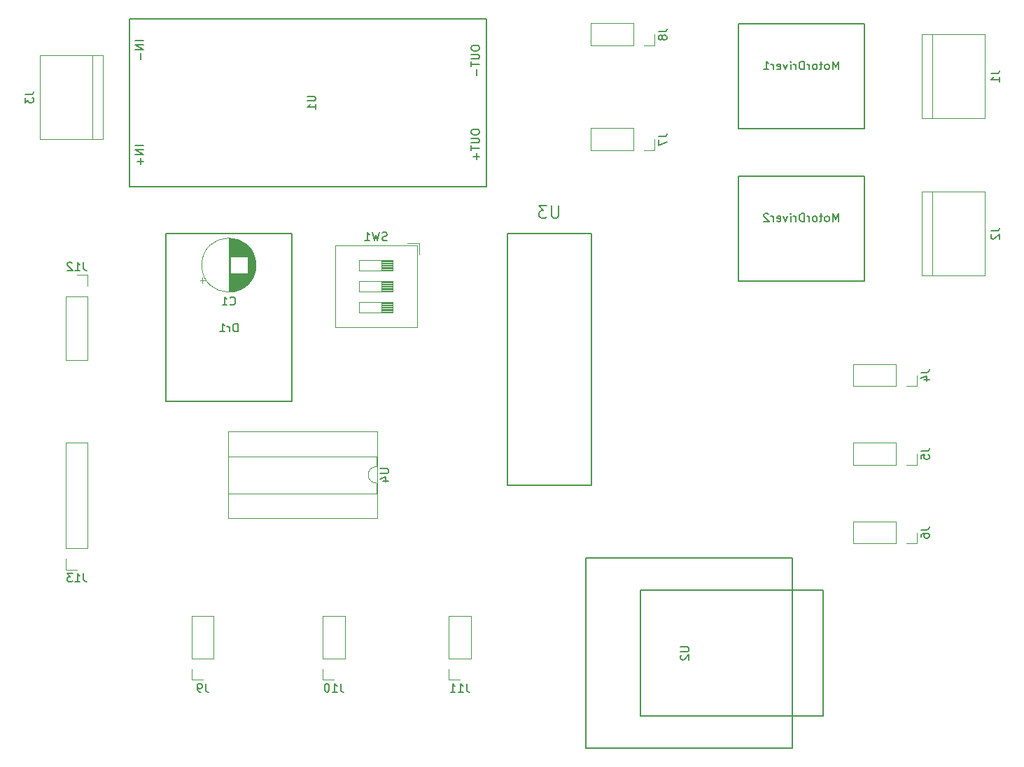
<source format=gbr>
G04 #@! TF.GenerationSoftware,KiCad,Pcbnew,5.0.0+dfsg1-2*
G04 #@! TF.CreationDate,2019-05-22T11:33:39+02:00*
G04 #@! TF.ProjectId,BLOBCNC_TOP,424C4F42434E435F544F502E6B696361,rev?*
G04 #@! TF.SameCoordinates,PXb438b80PY1b9d560*
G04 #@! TF.FileFunction,Legend,Bot*
G04 #@! TF.FilePolarity,Positive*
%FSLAX46Y46*%
G04 Gerber Fmt 4.6, Leading zero omitted, Abs format (unit mm)*
G04 Created by KiCad (PCBNEW 5.0.0+dfsg1-2) date Wed May 22 11:33:39 2019*
%MOMM*%
%LPD*%
G01*
G04 APERTURE LIST*
%ADD10C,0.120000*%
%ADD11C,0.150000*%
G04 APERTURE END LIST*
D10*
G04 #@! TO.C,C1*
X-88571000Y-33274000D02*
G75*
G03X-88571000Y-33274000I-3270000J0D01*
G01*
X-91841000Y-36504000D02*
X-91841000Y-30044000D01*
X-91801000Y-36504000D02*
X-91801000Y-30044000D01*
X-91761000Y-36504000D02*
X-91761000Y-30044000D01*
X-91721000Y-36502000D02*
X-91721000Y-30046000D01*
X-91681000Y-36501000D02*
X-91681000Y-30047000D01*
X-91641000Y-36498000D02*
X-91641000Y-30050000D01*
X-91601000Y-36496000D02*
X-91601000Y-34314000D01*
X-91601000Y-32234000D02*
X-91601000Y-30052000D01*
X-91561000Y-36492000D02*
X-91561000Y-34314000D01*
X-91561000Y-32234000D02*
X-91561000Y-30056000D01*
X-91521000Y-36489000D02*
X-91521000Y-34314000D01*
X-91521000Y-32234000D02*
X-91521000Y-30059000D01*
X-91481000Y-36485000D02*
X-91481000Y-34314000D01*
X-91481000Y-32234000D02*
X-91481000Y-30063000D01*
X-91441000Y-36480000D02*
X-91441000Y-34314000D01*
X-91441000Y-32234000D02*
X-91441000Y-30068000D01*
X-91401000Y-36475000D02*
X-91401000Y-34314000D01*
X-91401000Y-32234000D02*
X-91401000Y-30073000D01*
X-91361000Y-36469000D02*
X-91361000Y-34314000D01*
X-91361000Y-32234000D02*
X-91361000Y-30079000D01*
X-91321000Y-36463000D02*
X-91321000Y-34314000D01*
X-91321000Y-32234000D02*
X-91321000Y-30085000D01*
X-91281000Y-36456000D02*
X-91281000Y-34314000D01*
X-91281000Y-32234000D02*
X-91281000Y-30092000D01*
X-91241000Y-36449000D02*
X-91241000Y-34314000D01*
X-91241000Y-32234000D02*
X-91241000Y-30099000D01*
X-91201000Y-36441000D02*
X-91201000Y-34314000D01*
X-91201000Y-32234000D02*
X-91201000Y-30107000D01*
X-91161000Y-36433000D02*
X-91161000Y-34314000D01*
X-91161000Y-32234000D02*
X-91161000Y-30115000D01*
X-91120000Y-36424000D02*
X-91120000Y-34314000D01*
X-91120000Y-32234000D02*
X-91120000Y-30124000D01*
X-91080000Y-36415000D02*
X-91080000Y-34314000D01*
X-91080000Y-32234000D02*
X-91080000Y-30133000D01*
X-91040000Y-36405000D02*
X-91040000Y-34314000D01*
X-91040000Y-32234000D02*
X-91040000Y-30143000D01*
X-91000000Y-36395000D02*
X-91000000Y-34314000D01*
X-91000000Y-32234000D02*
X-91000000Y-30153000D01*
X-90960000Y-36384000D02*
X-90960000Y-34314000D01*
X-90960000Y-32234000D02*
X-90960000Y-30164000D01*
X-90920000Y-36372000D02*
X-90920000Y-34314000D01*
X-90920000Y-32234000D02*
X-90920000Y-30176000D01*
X-90880000Y-36360000D02*
X-90880000Y-34314000D01*
X-90880000Y-32234000D02*
X-90880000Y-30188000D01*
X-90840000Y-36348000D02*
X-90840000Y-34314000D01*
X-90840000Y-32234000D02*
X-90840000Y-30200000D01*
X-90800000Y-36335000D02*
X-90800000Y-34314000D01*
X-90800000Y-32234000D02*
X-90800000Y-30213000D01*
X-90760000Y-36321000D02*
X-90760000Y-34314000D01*
X-90760000Y-32234000D02*
X-90760000Y-30227000D01*
X-90720000Y-36307000D02*
X-90720000Y-34314000D01*
X-90720000Y-32234000D02*
X-90720000Y-30241000D01*
X-90680000Y-36292000D02*
X-90680000Y-34314000D01*
X-90680000Y-32234000D02*
X-90680000Y-30256000D01*
X-90640000Y-36276000D02*
X-90640000Y-34314000D01*
X-90640000Y-32234000D02*
X-90640000Y-30272000D01*
X-90600000Y-36260000D02*
X-90600000Y-34314000D01*
X-90600000Y-32234000D02*
X-90600000Y-30288000D01*
X-90560000Y-36244000D02*
X-90560000Y-34314000D01*
X-90560000Y-32234000D02*
X-90560000Y-30304000D01*
X-90520000Y-36226000D02*
X-90520000Y-34314000D01*
X-90520000Y-32234000D02*
X-90520000Y-30322000D01*
X-90480000Y-36208000D02*
X-90480000Y-34314000D01*
X-90480000Y-32234000D02*
X-90480000Y-30340000D01*
X-90440000Y-36190000D02*
X-90440000Y-34314000D01*
X-90440000Y-32234000D02*
X-90440000Y-30358000D01*
X-90400000Y-36170000D02*
X-90400000Y-34314000D01*
X-90400000Y-32234000D02*
X-90400000Y-30378000D01*
X-90360000Y-36150000D02*
X-90360000Y-34314000D01*
X-90360000Y-32234000D02*
X-90360000Y-30398000D01*
X-90320000Y-36130000D02*
X-90320000Y-34314000D01*
X-90320000Y-32234000D02*
X-90320000Y-30418000D01*
X-90280000Y-36108000D02*
X-90280000Y-34314000D01*
X-90280000Y-32234000D02*
X-90280000Y-30440000D01*
X-90240000Y-36086000D02*
X-90240000Y-34314000D01*
X-90240000Y-32234000D02*
X-90240000Y-30462000D01*
X-90200000Y-36064000D02*
X-90200000Y-34314000D01*
X-90200000Y-32234000D02*
X-90200000Y-30484000D01*
X-90160000Y-36040000D02*
X-90160000Y-34314000D01*
X-90160000Y-32234000D02*
X-90160000Y-30508000D01*
X-90120000Y-36016000D02*
X-90120000Y-34314000D01*
X-90120000Y-32234000D02*
X-90120000Y-30532000D01*
X-90080000Y-35990000D02*
X-90080000Y-34314000D01*
X-90080000Y-32234000D02*
X-90080000Y-30558000D01*
X-90040000Y-35964000D02*
X-90040000Y-34314000D01*
X-90040000Y-32234000D02*
X-90040000Y-30584000D01*
X-90000000Y-35938000D02*
X-90000000Y-34314000D01*
X-90000000Y-32234000D02*
X-90000000Y-30610000D01*
X-89960000Y-35910000D02*
X-89960000Y-34314000D01*
X-89960000Y-32234000D02*
X-89960000Y-30638000D01*
X-89920000Y-35881000D02*
X-89920000Y-34314000D01*
X-89920000Y-32234000D02*
X-89920000Y-30667000D01*
X-89880000Y-35852000D02*
X-89880000Y-34314000D01*
X-89880000Y-32234000D02*
X-89880000Y-30696000D01*
X-89840000Y-35822000D02*
X-89840000Y-34314000D01*
X-89840000Y-32234000D02*
X-89840000Y-30726000D01*
X-89800000Y-35790000D02*
X-89800000Y-34314000D01*
X-89800000Y-32234000D02*
X-89800000Y-30758000D01*
X-89760000Y-35758000D02*
X-89760000Y-34314000D01*
X-89760000Y-32234000D02*
X-89760000Y-30790000D01*
X-89720000Y-35724000D02*
X-89720000Y-34314000D01*
X-89720000Y-32234000D02*
X-89720000Y-30824000D01*
X-89680000Y-35690000D02*
X-89680000Y-34314000D01*
X-89680000Y-32234000D02*
X-89680000Y-30858000D01*
X-89640000Y-35654000D02*
X-89640000Y-34314000D01*
X-89640000Y-32234000D02*
X-89640000Y-30894000D01*
X-89600000Y-35617000D02*
X-89600000Y-34314000D01*
X-89600000Y-32234000D02*
X-89600000Y-30931000D01*
X-89560000Y-35579000D02*
X-89560000Y-34314000D01*
X-89560000Y-32234000D02*
X-89560000Y-30969000D01*
X-89520000Y-35539000D02*
X-89520000Y-31009000D01*
X-89480000Y-35498000D02*
X-89480000Y-31050000D01*
X-89440000Y-35456000D02*
X-89440000Y-31092000D01*
X-89400000Y-35411000D02*
X-89400000Y-31137000D01*
X-89360000Y-35366000D02*
X-89360000Y-31182000D01*
X-89320000Y-35318000D02*
X-89320000Y-31230000D01*
X-89280000Y-35269000D02*
X-89280000Y-31279000D01*
X-89240000Y-35218000D02*
X-89240000Y-31330000D01*
X-89200000Y-35164000D02*
X-89200000Y-31384000D01*
X-89160000Y-35108000D02*
X-89160000Y-31440000D01*
X-89120000Y-35050000D02*
X-89120000Y-31498000D01*
X-89080000Y-34988000D02*
X-89080000Y-31560000D01*
X-89040000Y-34924000D02*
X-89040000Y-31624000D01*
X-89000000Y-34855000D02*
X-89000000Y-31693000D01*
X-88960000Y-34783000D02*
X-88960000Y-31765000D01*
X-88920000Y-34706000D02*
X-88920000Y-31842000D01*
X-88880000Y-34624000D02*
X-88880000Y-31924000D01*
X-88840000Y-34536000D02*
X-88840000Y-32012000D01*
X-88800000Y-34439000D02*
X-88800000Y-32109000D01*
X-88760000Y-34333000D02*
X-88760000Y-32215000D01*
X-88720000Y-34214000D02*
X-88720000Y-32334000D01*
X-88680000Y-34076000D02*
X-88680000Y-32472000D01*
X-88640000Y-33907000D02*
X-88640000Y-32641000D01*
X-88600000Y-33676000D02*
X-88600000Y-32872000D01*
X-95341241Y-35113000D02*
X-94711241Y-35113000D01*
X-95026241Y-35428000D02*
X-95026241Y-34798000D01*
D11*
G04 #@! TO.C,Dr1*
X-99441000Y-29464000D02*
X-84201000Y-29464000D01*
X-84201000Y-29464000D02*
X-84201000Y-49784000D01*
X-84201000Y-49784000D02*
X-99441000Y-49784000D01*
X-99441000Y-49784000D02*
X-99441000Y-29464000D01*
D10*
G04 #@! TO.C,J1*
X-8001000Y-15494000D02*
X-8001000Y-5334000D01*
X-381000Y-15494000D02*
X-8001000Y-15494000D01*
X-381000Y-5334000D02*
X-381000Y-15494000D01*
X-8001000Y-5334000D02*
X-381000Y-5334000D01*
X-6731000Y-5334000D02*
X-6731000Y-15494000D01*
G04 #@! TO.C,J2*
X-6731000Y-24384000D02*
X-6731000Y-34544000D01*
X-8001000Y-24384000D02*
X-381000Y-24384000D01*
X-381000Y-24384000D02*
X-381000Y-34544000D01*
X-381000Y-34544000D02*
X-8001000Y-34544000D01*
X-8001000Y-34544000D02*
X-8001000Y-24384000D01*
G04 #@! TO.C,J3*
X-108331000Y-18034000D02*
X-108331000Y-7874000D01*
X-107061000Y-18034000D02*
X-114681000Y-18034000D01*
X-114681000Y-18034000D02*
X-114681000Y-7874000D01*
X-114681000Y-7874000D02*
X-107061000Y-7874000D01*
X-107061000Y-7874000D02*
X-107061000Y-18034000D01*
G04 #@! TO.C,J4*
X-8576000Y-47939000D02*
X-8576000Y-46609000D01*
X-9906000Y-47939000D02*
X-8576000Y-47939000D01*
X-11176000Y-47939000D02*
X-11176000Y-45279000D01*
X-11176000Y-45279000D02*
X-16316000Y-45279000D01*
X-11176000Y-47939000D02*
X-16316000Y-47939000D01*
X-16316000Y-47939000D02*
X-16316000Y-45279000D01*
G04 #@! TO.C,J5*
X-16316000Y-57464000D02*
X-16316000Y-54804000D01*
X-11176000Y-57464000D02*
X-16316000Y-57464000D01*
X-11176000Y-54804000D02*
X-16316000Y-54804000D01*
X-11176000Y-57464000D02*
X-11176000Y-54804000D01*
X-9906000Y-57464000D02*
X-8576000Y-57464000D01*
X-8576000Y-57464000D02*
X-8576000Y-56134000D01*
G04 #@! TO.C,J6*
X-8576000Y-66989000D02*
X-8576000Y-65659000D01*
X-9906000Y-66989000D02*
X-8576000Y-66989000D01*
X-11176000Y-66989000D02*
X-11176000Y-64329000D01*
X-11176000Y-64329000D02*
X-16316000Y-64329000D01*
X-11176000Y-66989000D02*
X-16316000Y-66989000D01*
X-16316000Y-66989000D02*
X-16316000Y-64329000D01*
G04 #@! TO.C,J7*
X-40326000Y-19364000D02*
X-40326000Y-18034000D01*
X-41656000Y-19364000D02*
X-40326000Y-19364000D01*
X-42926000Y-19364000D02*
X-42926000Y-16704000D01*
X-42926000Y-16704000D02*
X-48066000Y-16704000D01*
X-42926000Y-19364000D02*
X-48066000Y-19364000D01*
X-48066000Y-19364000D02*
X-48066000Y-16704000D01*
G04 #@! TO.C,J8*
X-48066000Y-6664000D02*
X-48066000Y-4004000D01*
X-42926000Y-6664000D02*
X-48066000Y-6664000D01*
X-42926000Y-4004000D02*
X-48066000Y-4004000D01*
X-42926000Y-6664000D02*
X-42926000Y-4004000D01*
X-41656000Y-6664000D02*
X-40326000Y-6664000D01*
X-40326000Y-6664000D02*
X-40326000Y-5334000D01*
G04 #@! TO.C,J9*
X-96326000Y-75759000D02*
X-93666000Y-75759000D01*
X-96326000Y-80899000D02*
X-96326000Y-75759000D01*
X-93666000Y-80899000D02*
X-93666000Y-75759000D01*
X-96326000Y-80899000D02*
X-93666000Y-80899000D01*
X-96326000Y-82169000D02*
X-96326000Y-83499000D01*
X-96326000Y-83499000D02*
X-94996000Y-83499000D01*
G04 #@! TO.C,J10*
X-80451000Y-83499000D02*
X-79121000Y-83499000D01*
X-80451000Y-82169000D02*
X-80451000Y-83499000D01*
X-80451000Y-80899000D02*
X-77791000Y-80899000D01*
X-77791000Y-80899000D02*
X-77791000Y-75759000D01*
X-80451000Y-80899000D02*
X-80451000Y-75759000D01*
X-80451000Y-75759000D02*
X-77791000Y-75759000D01*
G04 #@! TO.C,J11*
X-65211000Y-75759000D02*
X-62551000Y-75759000D01*
X-65211000Y-80899000D02*
X-65211000Y-75759000D01*
X-62551000Y-80899000D02*
X-62551000Y-75759000D01*
X-65211000Y-80899000D02*
X-62551000Y-80899000D01*
X-65211000Y-82169000D02*
X-65211000Y-83499000D01*
X-65211000Y-83499000D02*
X-63881000Y-83499000D01*
G04 #@! TO.C,J12*
X-108906000Y-44764000D02*
X-111566000Y-44764000D01*
X-108906000Y-37084000D02*
X-108906000Y-44764000D01*
X-111566000Y-37084000D02*
X-111566000Y-44764000D01*
X-108906000Y-37084000D02*
X-111566000Y-37084000D01*
X-108906000Y-35814000D02*
X-108906000Y-34484000D01*
X-108906000Y-34484000D02*
X-110236000Y-34484000D01*
G04 #@! TO.C,J13*
X-111566000Y-54804000D02*
X-108906000Y-54804000D01*
X-111566000Y-67564000D02*
X-111566000Y-54804000D01*
X-108906000Y-67564000D02*
X-108906000Y-54804000D01*
X-111566000Y-67564000D02*
X-108906000Y-67564000D01*
X-111566000Y-68834000D02*
X-111566000Y-70164000D01*
X-111566000Y-70164000D02*
X-110236000Y-70164000D01*
D11*
G04 #@! TO.C,MotorDriver1*
X-30226000Y-16764000D02*
X-14986000Y-16764000D01*
X-14986000Y-16764000D02*
X-14986000Y-4064000D01*
X-14986000Y-4064000D02*
X-30226000Y-4064000D01*
X-30226000Y-4064000D02*
X-30226000Y-16764000D01*
G04 #@! TO.C,MotorDriver2*
X-30226000Y-22479000D02*
X-30226000Y-35179000D01*
X-14986000Y-22479000D02*
X-30226000Y-22479000D01*
X-14986000Y-35179000D02*
X-14986000Y-22479000D01*
X-30226000Y-35179000D02*
X-14986000Y-35179000D01*
D10*
G04 #@! TO.C,SW1*
X-69091000Y-30854000D02*
X-78991000Y-30854000D01*
X-69091000Y-40774000D02*
X-78991000Y-40774000D01*
X-69091000Y-30854000D02*
X-69091000Y-40774000D01*
X-78991000Y-30854000D02*
X-78991000Y-40774000D01*
X-68851000Y-30614000D02*
X-70235000Y-30614000D01*
X-68851000Y-30614000D02*
X-68851000Y-31997000D01*
X-72011000Y-32639000D02*
X-72011000Y-33909000D01*
X-72011000Y-33909000D02*
X-76071000Y-33909000D01*
X-76071000Y-33909000D02*
X-76071000Y-32639000D01*
X-76071000Y-32639000D02*
X-72011000Y-32639000D01*
X-72011000Y-32759000D02*
X-73364333Y-32759000D01*
X-72011000Y-32879000D02*
X-73364333Y-32879000D01*
X-72011000Y-32999000D02*
X-73364333Y-32999000D01*
X-72011000Y-33119000D02*
X-73364333Y-33119000D01*
X-72011000Y-33239000D02*
X-73364333Y-33239000D01*
X-72011000Y-33359000D02*
X-73364333Y-33359000D01*
X-72011000Y-33479000D02*
X-73364333Y-33479000D01*
X-72011000Y-33599000D02*
X-73364333Y-33599000D01*
X-72011000Y-33719000D02*
X-73364333Y-33719000D01*
X-72011000Y-33839000D02*
X-73364333Y-33839000D01*
X-73364333Y-32639000D02*
X-73364333Y-33909000D01*
X-72011000Y-35179000D02*
X-72011000Y-36449000D01*
X-72011000Y-36449000D02*
X-76071000Y-36449000D01*
X-76071000Y-36449000D02*
X-76071000Y-35179000D01*
X-76071000Y-35179000D02*
X-72011000Y-35179000D01*
X-72011000Y-35299000D02*
X-73364333Y-35299000D01*
X-72011000Y-35419000D02*
X-73364333Y-35419000D01*
X-72011000Y-35539000D02*
X-73364333Y-35539000D01*
X-72011000Y-35659000D02*
X-73364333Y-35659000D01*
X-72011000Y-35779000D02*
X-73364333Y-35779000D01*
X-72011000Y-35899000D02*
X-73364333Y-35899000D01*
X-72011000Y-36019000D02*
X-73364333Y-36019000D01*
X-72011000Y-36139000D02*
X-73364333Y-36139000D01*
X-72011000Y-36259000D02*
X-73364333Y-36259000D01*
X-72011000Y-36379000D02*
X-73364333Y-36379000D01*
X-73364333Y-35179000D02*
X-73364333Y-36449000D01*
X-72011000Y-37719000D02*
X-72011000Y-38989000D01*
X-72011000Y-38989000D02*
X-76071000Y-38989000D01*
X-76071000Y-38989000D02*
X-76071000Y-37719000D01*
X-76071000Y-37719000D02*
X-72011000Y-37719000D01*
X-72011000Y-37839000D02*
X-73364333Y-37839000D01*
X-72011000Y-37959000D02*
X-73364333Y-37959000D01*
X-72011000Y-38079000D02*
X-73364333Y-38079000D01*
X-72011000Y-38199000D02*
X-73364333Y-38199000D01*
X-72011000Y-38319000D02*
X-73364333Y-38319000D01*
X-72011000Y-38439000D02*
X-73364333Y-38439000D01*
X-72011000Y-38559000D02*
X-73364333Y-38559000D01*
X-72011000Y-38679000D02*
X-73364333Y-38679000D01*
X-72011000Y-38799000D02*
X-73364333Y-38799000D01*
X-72011000Y-38919000D02*
X-73364333Y-38919000D01*
X-73364333Y-37719000D02*
X-73364333Y-38989000D01*
D11*
G04 #@! TO.C,U1*
X-103886000Y-3429000D02*
X-103886000Y-23749000D01*
X-103886000Y-23749000D02*
X-60706000Y-23749000D01*
X-60706000Y-23749000D02*
X-60706000Y-3429000D01*
X-60706000Y-3429000D02*
X-103886000Y-3429000D01*
G04 #@! TO.C,U2*
X-23641000Y-91764000D02*
X-23641000Y-68764000D01*
X-23641000Y-68764000D02*
X-48641000Y-68764000D01*
X-48641000Y-68764000D02*
X-48641000Y-91764000D01*
X-48641000Y-91764000D02*
X-23641000Y-91764000D01*
X-19939000Y-87884000D02*
X-19939000Y-72644000D01*
X-19939000Y-72644000D02*
X-42037000Y-72644000D01*
X-42037000Y-72644000D02*
X-42037000Y-87884000D01*
X-42037000Y-87884000D02*
X-19939000Y-87884000D01*
G04 #@! TO.C,U3*
X-58166000Y-29464000D02*
X-58166000Y-59944000D01*
X-58166000Y-59944000D02*
X-48006000Y-59944000D01*
X-48006000Y-59944000D02*
X-48006000Y-29464000D01*
X-48006000Y-29464000D02*
X-58166000Y-29464000D01*
D10*
G04 #@! TO.C,U4*
X-73981000Y-57674000D02*
G75*
G03X-73981000Y-59674000I0J-1000000D01*
G01*
X-73981000Y-59674000D02*
X-73981000Y-60924000D01*
X-73981000Y-60924000D02*
X-91881000Y-60924000D01*
X-91881000Y-60924000D02*
X-91881000Y-56424000D01*
X-91881000Y-56424000D02*
X-73981000Y-56424000D01*
X-73981000Y-56424000D02*
X-73981000Y-57674000D01*
X-73921000Y-63924000D02*
X-91941000Y-63924000D01*
X-91941000Y-63924000D02*
X-91941000Y-53424000D01*
X-91941000Y-53424000D02*
X-73921000Y-53424000D01*
X-73921000Y-53424000D02*
X-73921000Y-63924000D01*
G04 #@! TO.C,C1*
D11*
X-91674334Y-38031142D02*
X-91626715Y-38078761D01*
X-91483858Y-38126380D01*
X-91388620Y-38126380D01*
X-91245762Y-38078761D01*
X-91150524Y-37983523D01*
X-91102905Y-37888285D01*
X-91055286Y-37697809D01*
X-91055286Y-37554952D01*
X-91102905Y-37364476D01*
X-91150524Y-37269238D01*
X-91245762Y-37174000D01*
X-91388620Y-37126380D01*
X-91483858Y-37126380D01*
X-91626715Y-37174000D01*
X-91674334Y-37221619D01*
X-92626715Y-38126380D02*
X-92055286Y-38126380D01*
X-92341000Y-38126380D02*
X-92341000Y-37126380D01*
X-92245762Y-37269238D01*
X-92150524Y-37364476D01*
X-92055286Y-37412095D01*
G04 #@! TO.C,Dr1*
X-90773381Y-41346380D02*
X-90773381Y-40346380D01*
X-91011477Y-40346380D01*
X-91154334Y-40394000D01*
X-91249572Y-40489238D01*
X-91297191Y-40584476D01*
X-91344810Y-40774952D01*
X-91344810Y-40917809D01*
X-91297191Y-41108285D01*
X-91249572Y-41203523D01*
X-91154334Y-41298761D01*
X-91011477Y-41346380D01*
X-90773381Y-41346380D01*
X-91773381Y-41346380D02*
X-91773381Y-40679714D01*
X-91773381Y-40870190D02*
X-91821000Y-40774952D01*
X-91868620Y-40727333D01*
X-91963858Y-40679714D01*
X-92059096Y-40679714D01*
X-92916239Y-41346380D02*
X-92344810Y-41346380D01*
X-92630524Y-41346380D02*
X-92630524Y-40346380D01*
X-92535286Y-40489238D01*
X-92440048Y-40584476D01*
X-92344810Y-40632095D01*
G04 #@! TO.C,J1*
X341380Y-10080666D02*
X1055666Y-10080666D01*
X1198523Y-10033047D01*
X1293761Y-9937809D01*
X1341380Y-9794952D01*
X1341380Y-9699714D01*
X1341380Y-11080666D02*
X1341380Y-10509238D01*
X1341380Y-10794952D02*
X341380Y-10794952D01*
X484238Y-10699714D01*
X579476Y-10604476D01*
X627095Y-10509238D01*
G04 #@! TO.C,J2*
X341380Y-29130666D02*
X1055666Y-29130666D01*
X1198523Y-29083047D01*
X1293761Y-28987809D01*
X1341380Y-28844952D01*
X1341380Y-28749714D01*
X436619Y-29559238D02*
X389000Y-29606857D01*
X341380Y-29702095D01*
X341380Y-29940190D01*
X389000Y-30035428D01*
X436619Y-30083047D01*
X531857Y-30130666D01*
X627095Y-30130666D01*
X769952Y-30083047D01*
X1341380Y-29511619D01*
X1341380Y-30130666D01*
G04 #@! TO.C,J3*
X-116498620Y-12620666D02*
X-115784334Y-12620666D01*
X-115641477Y-12573047D01*
X-115546239Y-12477809D01*
X-115498620Y-12334952D01*
X-115498620Y-12239714D01*
X-116498620Y-13001619D02*
X-116498620Y-13620666D01*
X-116117667Y-13287333D01*
X-116117667Y-13430190D01*
X-116070048Y-13525428D01*
X-116022429Y-13573047D01*
X-115927191Y-13620666D01*
X-115689096Y-13620666D01*
X-115593858Y-13573047D01*
X-115546239Y-13525428D01*
X-115498620Y-13430190D01*
X-115498620Y-13144476D01*
X-115546239Y-13049238D01*
X-115593858Y-13001619D01*
G04 #@! TO.C,J4*
X-8123620Y-46275666D02*
X-7409334Y-46275666D01*
X-7266477Y-46228047D01*
X-7171239Y-46132809D01*
X-7123620Y-45989952D01*
X-7123620Y-45894714D01*
X-7790286Y-47180428D02*
X-7123620Y-47180428D01*
X-8171239Y-46942333D02*
X-7456953Y-46704238D01*
X-7456953Y-47323285D01*
G04 #@! TO.C,J5*
X-8123620Y-55800666D02*
X-7409334Y-55800666D01*
X-7266477Y-55753047D01*
X-7171239Y-55657809D01*
X-7123620Y-55514952D01*
X-7123620Y-55419714D01*
X-8123620Y-56753047D02*
X-8123620Y-56276857D01*
X-7647429Y-56229238D01*
X-7695048Y-56276857D01*
X-7742667Y-56372095D01*
X-7742667Y-56610190D01*
X-7695048Y-56705428D01*
X-7647429Y-56753047D01*
X-7552191Y-56800666D01*
X-7314096Y-56800666D01*
X-7218858Y-56753047D01*
X-7171239Y-56705428D01*
X-7123620Y-56610190D01*
X-7123620Y-56372095D01*
X-7171239Y-56276857D01*
X-7218858Y-56229238D01*
G04 #@! TO.C,J6*
X-8123620Y-65325666D02*
X-7409334Y-65325666D01*
X-7266477Y-65278047D01*
X-7171239Y-65182809D01*
X-7123620Y-65039952D01*
X-7123620Y-64944714D01*
X-8123620Y-66230428D02*
X-8123620Y-66039952D01*
X-8076000Y-65944714D01*
X-8028381Y-65897095D01*
X-7885524Y-65801857D01*
X-7695048Y-65754238D01*
X-7314096Y-65754238D01*
X-7218858Y-65801857D01*
X-7171239Y-65849476D01*
X-7123620Y-65944714D01*
X-7123620Y-66135190D01*
X-7171239Y-66230428D01*
X-7218858Y-66278047D01*
X-7314096Y-66325666D01*
X-7552191Y-66325666D01*
X-7647429Y-66278047D01*
X-7695048Y-66230428D01*
X-7742667Y-66135190D01*
X-7742667Y-65944714D01*
X-7695048Y-65849476D01*
X-7647429Y-65801857D01*
X-7552191Y-65754238D01*
G04 #@! TO.C,J7*
X-39873620Y-17700666D02*
X-39159334Y-17700666D01*
X-39016477Y-17653047D01*
X-38921239Y-17557809D01*
X-38873620Y-17414952D01*
X-38873620Y-17319714D01*
X-39873620Y-18081619D02*
X-39873620Y-18748285D01*
X-38873620Y-18319714D01*
G04 #@! TO.C,J8*
X-39873620Y-5000666D02*
X-39159334Y-5000666D01*
X-39016477Y-4953047D01*
X-38921239Y-4857809D01*
X-38873620Y-4714952D01*
X-38873620Y-4619714D01*
X-39445048Y-5619714D02*
X-39492667Y-5524476D01*
X-39540286Y-5476857D01*
X-39635524Y-5429238D01*
X-39683143Y-5429238D01*
X-39778381Y-5476857D01*
X-39826000Y-5524476D01*
X-39873620Y-5619714D01*
X-39873620Y-5810190D01*
X-39826000Y-5905428D01*
X-39778381Y-5953047D01*
X-39683143Y-6000666D01*
X-39635524Y-6000666D01*
X-39540286Y-5953047D01*
X-39492667Y-5905428D01*
X-39445048Y-5810190D01*
X-39445048Y-5619714D01*
X-39397429Y-5524476D01*
X-39349810Y-5476857D01*
X-39254572Y-5429238D01*
X-39064096Y-5429238D01*
X-38968858Y-5476857D01*
X-38921239Y-5524476D01*
X-38873620Y-5619714D01*
X-38873620Y-5810190D01*
X-38921239Y-5905428D01*
X-38968858Y-5953047D01*
X-39064096Y-6000666D01*
X-39254572Y-6000666D01*
X-39349810Y-5953047D01*
X-39397429Y-5905428D01*
X-39445048Y-5810190D01*
G04 #@! TO.C,J9*
X-94662667Y-83951380D02*
X-94662667Y-84665666D01*
X-94615048Y-84808523D01*
X-94519810Y-84903761D01*
X-94376953Y-84951380D01*
X-94281715Y-84951380D01*
X-95186477Y-84951380D02*
X-95376953Y-84951380D01*
X-95472191Y-84903761D01*
X-95519810Y-84856142D01*
X-95615048Y-84713285D01*
X-95662667Y-84522809D01*
X-95662667Y-84141857D01*
X-95615048Y-84046619D01*
X-95567429Y-83999000D01*
X-95472191Y-83951380D01*
X-95281715Y-83951380D01*
X-95186477Y-83999000D01*
X-95138858Y-84046619D01*
X-95091239Y-84141857D01*
X-95091239Y-84379952D01*
X-95138858Y-84475190D01*
X-95186477Y-84522809D01*
X-95281715Y-84570428D01*
X-95472191Y-84570428D01*
X-95567429Y-84522809D01*
X-95615048Y-84475190D01*
X-95662667Y-84379952D01*
G04 #@! TO.C,J10*
X-78311477Y-83951380D02*
X-78311477Y-84665666D01*
X-78263858Y-84808523D01*
X-78168620Y-84903761D01*
X-78025762Y-84951380D01*
X-77930524Y-84951380D01*
X-79311477Y-84951380D02*
X-78740048Y-84951380D01*
X-79025762Y-84951380D02*
X-79025762Y-83951380D01*
X-78930524Y-84094238D01*
X-78835286Y-84189476D01*
X-78740048Y-84237095D01*
X-79930524Y-83951380D02*
X-80025762Y-83951380D01*
X-80121000Y-83999000D01*
X-80168620Y-84046619D01*
X-80216239Y-84141857D01*
X-80263858Y-84332333D01*
X-80263858Y-84570428D01*
X-80216239Y-84760904D01*
X-80168620Y-84856142D01*
X-80121000Y-84903761D01*
X-80025762Y-84951380D01*
X-79930524Y-84951380D01*
X-79835286Y-84903761D01*
X-79787667Y-84856142D01*
X-79740048Y-84760904D01*
X-79692429Y-84570428D01*
X-79692429Y-84332333D01*
X-79740048Y-84141857D01*
X-79787667Y-84046619D01*
X-79835286Y-83999000D01*
X-79930524Y-83951380D01*
G04 #@! TO.C,J11*
X-63071477Y-83951380D02*
X-63071477Y-84665666D01*
X-63023858Y-84808523D01*
X-62928620Y-84903761D01*
X-62785762Y-84951380D01*
X-62690524Y-84951380D01*
X-64071477Y-84951380D02*
X-63500048Y-84951380D01*
X-63785762Y-84951380D02*
X-63785762Y-83951380D01*
X-63690524Y-84094238D01*
X-63595286Y-84189476D01*
X-63500048Y-84237095D01*
X-65023858Y-84951380D02*
X-64452429Y-84951380D01*
X-64738143Y-84951380D02*
X-64738143Y-83951380D01*
X-64642905Y-84094238D01*
X-64547667Y-84189476D01*
X-64452429Y-84237095D01*
G04 #@! TO.C,J12*
X-109426477Y-32936380D02*
X-109426477Y-33650666D01*
X-109378858Y-33793523D01*
X-109283620Y-33888761D01*
X-109140762Y-33936380D01*
X-109045524Y-33936380D01*
X-110426477Y-33936380D02*
X-109855048Y-33936380D01*
X-110140762Y-33936380D02*
X-110140762Y-32936380D01*
X-110045524Y-33079238D01*
X-109950286Y-33174476D01*
X-109855048Y-33222095D01*
X-110807429Y-33031619D02*
X-110855048Y-32984000D01*
X-110950286Y-32936380D01*
X-111188381Y-32936380D01*
X-111283620Y-32984000D01*
X-111331239Y-33031619D01*
X-111378858Y-33126857D01*
X-111378858Y-33222095D01*
X-111331239Y-33364952D01*
X-110759810Y-33936380D01*
X-111378858Y-33936380D01*
G04 #@! TO.C,J13*
X-109426477Y-70616380D02*
X-109426477Y-71330666D01*
X-109378858Y-71473523D01*
X-109283620Y-71568761D01*
X-109140762Y-71616380D01*
X-109045524Y-71616380D01*
X-110426477Y-71616380D02*
X-109855048Y-71616380D01*
X-110140762Y-71616380D02*
X-110140762Y-70616380D01*
X-110045524Y-70759238D01*
X-109950286Y-70854476D01*
X-109855048Y-70902095D01*
X-110759810Y-70616380D02*
X-111378858Y-70616380D01*
X-111045524Y-70997333D01*
X-111188381Y-70997333D01*
X-111283620Y-71044952D01*
X-111331239Y-71092571D01*
X-111378858Y-71187809D01*
X-111378858Y-71425904D01*
X-111331239Y-71521142D01*
X-111283620Y-71568761D01*
X-111188381Y-71616380D01*
X-110902667Y-71616380D01*
X-110807429Y-71568761D01*
X-110759810Y-71521142D01*
G04 #@! TO.C,MotorDriver1*
X-18129810Y-9596380D02*
X-18129810Y-8596380D01*
X-18463143Y-9310666D01*
X-18796477Y-8596380D01*
X-18796477Y-9596380D01*
X-19415524Y-9596380D02*
X-19320286Y-9548761D01*
X-19272667Y-9501142D01*
X-19225048Y-9405904D01*
X-19225048Y-9120190D01*
X-19272667Y-9024952D01*
X-19320286Y-8977333D01*
X-19415524Y-8929714D01*
X-19558381Y-8929714D01*
X-19653620Y-8977333D01*
X-19701239Y-9024952D01*
X-19748858Y-9120190D01*
X-19748858Y-9405904D01*
X-19701239Y-9501142D01*
X-19653620Y-9548761D01*
X-19558381Y-9596380D01*
X-19415524Y-9596380D01*
X-20034572Y-8929714D02*
X-20415524Y-8929714D01*
X-20177429Y-8596380D02*
X-20177429Y-9453523D01*
X-20225048Y-9548761D01*
X-20320286Y-9596380D01*
X-20415524Y-9596380D01*
X-20891715Y-9596380D02*
X-20796477Y-9548761D01*
X-20748858Y-9501142D01*
X-20701239Y-9405904D01*
X-20701239Y-9120190D01*
X-20748858Y-9024952D01*
X-20796477Y-8977333D01*
X-20891715Y-8929714D01*
X-21034572Y-8929714D01*
X-21129810Y-8977333D01*
X-21177429Y-9024952D01*
X-21225048Y-9120190D01*
X-21225048Y-9405904D01*
X-21177429Y-9501142D01*
X-21129810Y-9548761D01*
X-21034572Y-9596380D01*
X-20891715Y-9596380D01*
X-21653620Y-9596380D02*
X-21653620Y-8929714D01*
X-21653620Y-9120190D02*
X-21701239Y-9024952D01*
X-21748858Y-8977333D01*
X-21844096Y-8929714D01*
X-21939334Y-8929714D01*
X-22272667Y-9596380D02*
X-22272667Y-8596380D01*
X-22510762Y-8596380D01*
X-22653620Y-8644000D01*
X-22748858Y-8739238D01*
X-22796477Y-8834476D01*
X-22844096Y-9024952D01*
X-22844096Y-9167809D01*
X-22796477Y-9358285D01*
X-22748858Y-9453523D01*
X-22653620Y-9548761D01*
X-22510762Y-9596380D01*
X-22272667Y-9596380D01*
X-23272667Y-9596380D02*
X-23272667Y-8929714D01*
X-23272667Y-9120190D02*
X-23320286Y-9024952D01*
X-23367905Y-8977333D01*
X-23463143Y-8929714D01*
X-23558381Y-8929714D01*
X-23891715Y-9596380D02*
X-23891715Y-8929714D01*
X-23891715Y-8596380D02*
X-23844096Y-8644000D01*
X-23891715Y-8691619D01*
X-23939334Y-8644000D01*
X-23891715Y-8596380D01*
X-23891715Y-8691619D01*
X-24272667Y-8929714D02*
X-24510762Y-9596380D01*
X-24748858Y-8929714D01*
X-25510762Y-9548761D02*
X-25415524Y-9596380D01*
X-25225048Y-9596380D01*
X-25129810Y-9548761D01*
X-25082191Y-9453523D01*
X-25082191Y-9072571D01*
X-25129810Y-8977333D01*
X-25225048Y-8929714D01*
X-25415524Y-8929714D01*
X-25510762Y-8977333D01*
X-25558381Y-9072571D01*
X-25558381Y-9167809D01*
X-25082191Y-9263047D01*
X-25986953Y-9596380D02*
X-25986953Y-8929714D01*
X-25986953Y-9120190D02*
X-26034572Y-9024952D01*
X-26082191Y-8977333D01*
X-26177429Y-8929714D01*
X-26272667Y-8929714D01*
X-27129810Y-9596380D02*
X-26558381Y-9596380D01*
X-26844096Y-9596380D02*
X-26844096Y-8596380D01*
X-26748858Y-8739238D01*
X-26653620Y-8834476D01*
X-26558381Y-8882095D01*
G04 #@! TO.C,MotorDriver2*
X-18129810Y-28011380D02*
X-18129810Y-27011380D01*
X-18463143Y-27725666D01*
X-18796477Y-27011380D01*
X-18796477Y-28011380D01*
X-19415524Y-28011380D02*
X-19320286Y-27963761D01*
X-19272667Y-27916142D01*
X-19225048Y-27820904D01*
X-19225048Y-27535190D01*
X-19272667Y-27439952D01*
X-19320286Y-27392333D01*
X-19415524Y-27344714D01*
X-19558381Y-27344714D01*
X-19653620Y-27392333D01*
X-19701239Y-27439952D01*
X-19748858Y-27535190D01*
X-19748858Y-27820904D01*
X-19701239Y-27916142D01*
X-19653620Y-27963761D01*
X-19558381Y-28011380D01*
X-19415524Y-28011380D01*
X-20034572Y-27344714D02*
X-20415524Y-27344714D01*
X-20177429Y-27011380D02*
X-20177429Y-27868523D01*
X-20225048Y-27963761D01*
X-20320286Y-28011380D01*
X-20415524Y-28011380D01*
X-20891715Y-28011380D02*
X-20796477Y-27963761D01*
X-20748858Y-27916142D01*
X-20701239Y-27820904D01*
X-20701239Y-27535190D01*
X-20748858Y-27439952D01*
X-20796477Y-27392333D01*
X-20891715Y-27344714D01*
X-21034572Y-27344714D01*
X-21129810Y-27392333D01*
X-21177429Y-27439952D01*
X-21225048Y-27535190D01*
X-21225048Y-27820904D01*
X-21177429Y-27916142D01*
X-21129810Y-27963761D01*
X-21034572Y-28011380D01*
X-20891715Y-28011380D01*
X-21653620Y-28011380D02*
X-21653620Y-27344714D01*
X-21653620Y-27535190D02*
X-21701239Y-27439952D01*
X-21748858Y-27392333D01*
X-21844096Y-27344714D01*
X-21939334Y-27344714D01*
X-22272667Y-28011380D02*
X-22272667Y-27011380D01*
X-22510762Y-27011380D01*
X-22653620Y-27059000D01*
X-22748858Y-27154238D01*
X-22796477Y-27249476D01*
X-22844096Y-27439952D01*
X-22844096Y-27582809D01*
X-22796477Y-27773285D01*
X-22748858Y-27868523D01*
X-22653620Y-27963761D01*
X-22510762Y-28011380D01*
X-22272667Y-28011380D01*
X-23272667Y-28011380D02*
X-23272667Y-27344714D01*
X-23272667Y-27535190D02*
X-23320286Y-27439952D01*
X-23367905Y-27392333D01*
X-23463143Y-27344714D01*
X-23558381Y-27344714D01*
X-23891715Y-28011380D02*
X-23891715Y-27344714D01*
X-23891715Y-27011380D02*
X-23844096Y-27059000D01*
X-23891715Y-27106619D01*
X-23939334Y-27059000D01*
X-23891715Y-27011380D01*
X-23891715Y-27106619D01*
X-24272667Y-27344714D02*
X-24510762Y-28011380D01*
X-24748858Y-27344714D01*
X-25510762Y-27963761D02*
X-25415524Y-28011380D01*
X-25225048Y-28011380D01*
X-25129810Y-27963761D01*
X-25082191Y-27868523D01*
X-25082191Y-27487571D01*
X-25129810Y-27392333D01*
X-25225048Y-27344714D01*
X-25415524Y-27344714D01*
X-25510762Y-27392333D01*
X-25558381Y-27487571D01*
X-25558381Y-27582809D01*
X-25082191Y-27678047D01*
X-25986953Y-28011380D02*
X-25986953Y-27344714D01*
X-25986953Y-27535190D02*
X-26034572Y-27439952D01*
X-26082191Y-27392333D01*
X-26177429Y-27344714D01*
X-26272667Y-27344714D01*
X-26558381Y-27106619D02*
X-26606000Y-27059000D01*
X-26701239Y-27011380D01*
X-26939334Y-27011380D01*
X-27034572Y-27059000D01*
X-27082191Y-27106619D01*
X-27129810Y-27201857D01*
X-27129810Y-27297095D01*
X-27082191Y-27439952D01*
X-26510762Y-28011380D01*
X-27129810Y-28011380D01*
G04 #@! TO.C,SW1*
X-72707667Y-30258761D02*
X-72850524Y-30306380D01*
X-73088620Y-30306380D01*
X-73183858Y-30258761D01*
X-73231477Y-30211142D01*
X-73279096Y-30115904D01*
X-73279096Y-30020666D01*
X-73231477Y-29925428D01*
X-73183858Y-29877809D01*
X-73088620Y-29830190D01*
X-72898143Y-29782571D01*
X-72802905Y-29734952D01*
X-72755286Y-29687333D01*
X-72707667Y-29592095D01*
X-72707667Y-29496857D01*
X-72755286Y-29401619D01*
X-72802905Y-29354000D01*
X-72898143Y-29306380D01*
X-73136239Y-29306380D01*
X-73279096Y-29354000D01*
X-73612429Y-29306380D02*
X-73850524Y-30306380D01*
X-74041000Y-29592095D01*
X-74231477Y-30306380D01*
X-74469572Y-29306380D01*
X-75374334Y-30306380D02*
X-74802905Y-30306380D01*
X-75088620Y-30306380D02*
X-75088620Y-29306380D01*
X-74993381Y-29449238D01*
X-74898143Y-29544476D01*
X-74802905Y-29592095D01*
G04 #@! TO.C,U1*
X-82343620Y-12827095D02*
X-81534096Y-12827095D01*
X-81438858Y-12874714D01*
X-81391239Y-12922333D01*
X-81343620Y-13017571D01*
X-81343620Y-13208047D01*
X-81391239Y-13303285D01*
X-81438858Y-13350904D01*
X-81534096Y-13398523D01*
X-82343620Y-13398523D01*
X-81343620Y-14398523D02*
X-81343620Y-13827095D01*
X-81343620Y-14112809D02*
X-82343620Y-14112809D01*
X-82200762Y-14017571D01*
X-82105524Y-13922333D01*
X-82057905Y-13827095D01*
X-102163620Y-6096142D02*
X-103163620Y-6096142D01*
X-102163620Y-6572333D02*
X-103163620Y-6572333D01*
X-102163620Y-7143761D01*
X-103163620Y-7143761D01*
X-102544572Y-7619952D02*
X-102544572Y-8381857D01*
X-102163620Y-18796142D02*
X-103163620Y-18796142D01*
X-102163620Y-19272333D02*
X-103163620Y-19272333D01*
X-102163620Y-19843761D01*
X-103163620Y-19843761D01*
X-102544572Y-20319952D02*
X-102544572Y-21081857D01*
X-102163620Y-20700904D02*
X-102925524Y-20700904D01*
X-62523620Y-6889952D02*
X-62523620Y-7080428D01*
X-62476000Y-7175666D01*
X-62380762Y-7270904D01*
X-62190286Y-7318523D01*
X-61856953Y-7318523D01*
X-61666477Y-7270904D01*
X-61571239Y-7175666D01*
X-61523620Y-7080428D01*
X-61523620Y-6889952D01*
X-61571239Y-6794714D01*
X-61666477Y-6699476D01*
X-61856953Y-6651857D01*
X-62190286Y-6651857D01*
X-62380762Y-6699476D01*
X-62476000Y-6794714D01*
X-62523620Y-6889952D01*
X-62523620Y-7747095D02*
X-61714096Y-7747095D01*
X-61618858Y-7794714D01*
X-61571239Y-7842333D01*
X-61523620Y-7937571D01*
X-61523620Y-8128047D01*
X-61571239Y-8223285D01*
X-61618858Y-8270904D01*
X-61714096Y-8318523D01*
X-62523620Y-8318523D01*
X-62523620Y-8651857D02*
X-62523620Y-9223285D01*
X-61523620Y-8937571D02*
X-62523620Y-8937571D01*
X-61904572Y-9556619D02*
X-61904572Y-10318523D01*
X-62523620Y-17049952D02*
X-62523620Y-17240428D01*
X-62476000Y-17335666D01*
X-62380762Y-17430904D01*
X-62190286Y-17478523D01*
X-61856953Y-17478523D01*
X-61666477Y-17430904D01*
X-61571239Y-17335666D01*
X-61523620Y-17240428D01*
X-61523620Y-17049952D01*
X-61571239Y-16954714D01*
X-61666477Y-16859476D01*
X-61856953Y-16811857D01*
X-62190286Y-16811857D01*
X-62380762Y-16859476D01*
X-62476000Y-16954714D01*
X-62523620Y-17049952D01*
X-62523620Y-17907095D02*
X-61714096Y-17907095D01*
X-61618858Y-17954714D01*
X-61571239Y-18002333D01*
X-61523620Y-18097571D01*
X-61523620Y-18288047D01*
X-61571239Y-18383285D01*
X-61618858Y-18430904D01*
X-61714096Y-18478523D01*
X-62523620Y-18478523D01*
X-62523620Y-18811857D02*
X-62523620Y-19383285D01*
X-61523620Y-19097571D02*
X-62523620Y-19097571D01*
X-61904572Y-19716619D02*
X-61904572Y-20478523D01*
X-61523620Y-20097571D02*
X-62285524Y-20097571D01*
G04 #@! TO.C,U2*
X-37188620Y-79502095D02*
X-36379096Y-79502095D01*
X-36283858Y-79549714D01*
X-36236239Y-79597333D01*
X-36188620Y-79692571D01*
X-36188620Y-79883047D01*
X-36236239Y-79978285D01*
X-36283858Y-80025904D01*
X-36379096Y-80073523D01*
X-37188620Y-80073523D01*
X-37093381Y-80502095D02*
X-37141000Y-80549714D01*
X-37188620Y-80644952D01*
X-37188620Y-80883047D01*
X-37141000Y-80978285D01*
X-37093381Y-81025904D01*
X-36998143Y-81073523D01*
X-36902905Y-81073523D01*
X-36760048Y-81025904D01*
X-36188620Y-80454476D01*
X-36188620Y-81073523D01*
G04 #@! TO.C,U3*
X-51943143Y-26102571D02*
X-51943143Y-27316857D01*
X-52014572Y-27459714D01*
X-52086000Y-27531142D01*
X-52228858Y-27602571D01*
X-52514572Y-27602571D01*
X-52657429Y-27531142D01*
X-52728858Y-27459714D01*
X-52800286Y-27316857D01*
X-52800286Y-26102571D01*
X-53371715Y-26102571D02*
X-54300286Y-26102571D01*
X-53800286Y-26674000D01*
X-54014572Y-26674000D01*
X-54157429Y-26745428D01*
X-54228858Y-26816857D01*
X-54300286Y-26959714D01*
X-54300286Y-27316857D01*
X-54228858Y-27459714D01*
X-54157429Y-27531142D01*
X-54014572Y-27602571D01*
X-53586000Y-27602571D01*
X-53443143Y-27531142D01*
X-53371715Y-27459714D01*
G04 #@! TO.C,U4*
X-73528620Y-57912095D02*
X-72719096Y-57912095D01*
X-72623858Y-57959714D01*
X-72576239Y-58007333D01*
X-72528620Y-58102571D01*
X-72528620Y-58293047D01*
X-72576239Y-58388285D01*
X-72623858Y-58435904D01*
X-72719096Y-58483523D01*
X-73528620Y-58483523D01*
X-73195286Y-59388285D02*
X-72528620Y-59388285D01*
X-73576239Y-59150190D02*
X-72861953Y-58912095D01*
X-72861953Y-59531142D01*
G04 #@! TD*
M02*

</source>
